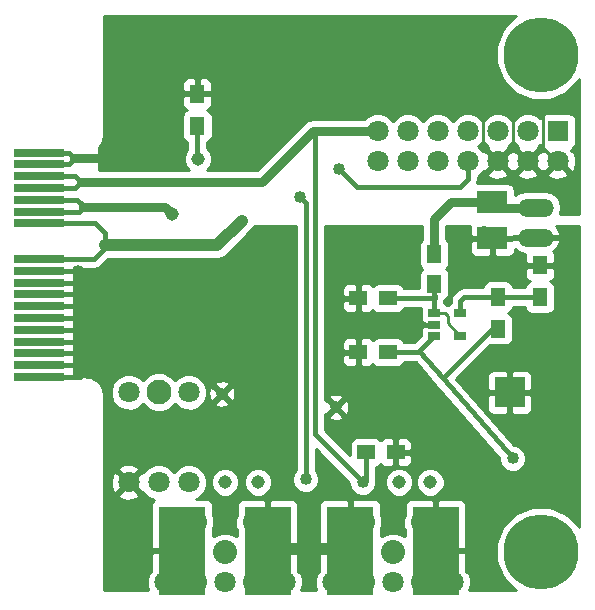
<source format=gbl>
G04 #@! TF.FileFunction,Copper,L2,Bot,Signal*
%FSLAX46Y46*%
G04 Gerber Fmt 4.6, Leading zero omitted, Abs format (unit mm)*
G04 Created by KiCad (PCBNEW 4.0.1-3.201512221402+6198~38~ubuntu14.04.1-stable) date Tue 26 Jan 2016 10:17:27 AM EST*
%MOMM*%
G01*
G04 APERTURE LIST*
%ADD10C,0.100000*%
%ADD11R,1.800000X1.800000*%
%ADD12C,1.800000*%
%ADD13R,4.200000X0.700000*%
%ADD14C,2.100000*%
%ADD15R,1.500000X1.250000*%
%ADD16R,1.060000X0.650000*%
%ADD17C,1.143000*%
%ADD18R,1.250000X1.500000*%
%ADD19O,3.014980X1.506220*%
%ADD20R,3.960000X7.543800*%
%ADD21C,2.032000*%
%ADD22R,2.499360X1.950720*%
%ADD23R,1.300000X1.500000*%
%ADD24R,2.540000X2.540000*%
%ADD25C,6.350000*%
%ADD26C,1.016000*%
%ADD27C,0.400000*%
%ADD28C,1.000000*%
%ADD29C,0.780000*%
%ADD30C,0.250000*%
%ADD31C,0.254000*%
G04 APERTURE END LIST*
D10*
D11*
X47480000Y-10404000D03*
D12*
X44940000Y-10404000D03*
X42400000Y-10404000D03*
X39860000Y-10404000D03*
X37320000Y-10404000D03*
X34780000Y-10404000D03*
X47480000Y-12944000D03*
X44940000Y-12944000D03*
X42400000Y-12944000D03*
X39860000Y-12944000D03*
X37320000Y-12944000D03*
X34780000Y-12944000D03*
X32240000Y-12944000D03*
X32240000Y-10404000D03*
D13*
X3550000Y-31200000D03*
X3550000Y-30200000D03*
X3550000Y-29200000D03*
X3550000Y-28200000D03*
X3550000Y-27200000D03*
X3550000Y-26200000D03*
X3550000Y-25200000D03*
X3550000Y-24200000D03*
X3550000Y-23200000D03*
X3550000Y-22200000D03*
X3550000Y-21200000D03*
X3550000Y-18200000D03*
X3550000Y-17200000D03*
X3550000Y-16200000D03*
X3550000Y-15200000D03*
X3550000Y-14200000D03*
X3550000Y-13200000D03*
X3550000Y-12200000D03*
D12*
X13698000Y-40122000D03*
X16238000Y-32502000D03*
D14*
X13698000Y-32502000D03*
D12*
X11158000Y-32502000D03*
X11158000Y-40122000D03*
X16238000Y-40122000D03*
D15*
X33083600Y-29098400D03*
X30583600Y-29098400D03*
X33083600Y-24526400D03*
X30583600Y-24526400D03*
D16*
X37032800Y-27711600D03*
X37032800Y-26761600D03*
X37032800Y-25811600D03*
X39232800Y-25811600D03*
X39232800Y-27711600D03*
D17*
X36685000Y-40122000D03*
X22080000Y-40122000D03*
X19286000Y-40122000D03*
X34018000Y-40122000D03*
X14841000Y-17389000D03*
D18*
X37015200Y-23287200D03*
X37015200Y-20787200D03*
D19*
X45600400Y-19395600D03*
X45600400Y-16855600D03*
D12*
X28430000Y-48567500D03*
X38590000Y-48567500D03*
D20*
X37130000Y-45925900D03*
X29890000Y-45925900D03*
D21*
X30970000Y-48567500D03*
X36050000Y-48567500D03*
D12*
X33510000Y-48567500D03*
D21*
X36050000Y-43487500D03*
X30970000Y-43487500D03*
X33510000Y-46027500D03*
D12*
X14206000Y-48567500D03*
X24366000Y-48567500D03*
D20*
X22906000Y-45925900D03*
X15666000Y-45925900D03*
D21*
X16746000Y-48567500D03*
X21826000Y-48567500D03*
D12*
X19286000Y-48567500D03*
D21*
X21826000Y-43487500D03*
X16746000Y-43487500D03*
X19286000Y-46027500D03*
D22*
X41942800Y-16398400D03*
X41942800Y-19446400D03*
D23*
X16949200Y-9925200D03*
X16949200Y-7225200D03*
X42400000Y-24421000D03*
X42400000Y-27121000D03*
X45956000Y-24454000D03*
X45956000Y-21754000D03*
D15*
X31244000Y-37582000D03*
X33744000Y-37582000D03*
D24*
X43416000Y-32502000D03*
D25*
X46049980Y-3899060D03*
X46049980Y-45999560D03*
D26*
X28684000Y-33772000D03*
X19032000Y-32629000D03*
X26144000Y-39868000D03*
X25636000Y-15992000D03*
D17*
X17000000Y-12740800D03*
D26*
X6850000Y-25200000D03*
X6840000Y-28184000D03*
X6850000Y-22200000D03*
X30970000Y-40122000D03*
X19540000Y-12740800D03*
X28938000Y-13579000D03*
X20708400Y-17973200D03*
X43670000Y-38090000D03*
D27*
X26144000Y-16500000D02*
X26144000Y-39868000D01*
X25636000Y-15992000D02*
X26144000Y-16500000D01*
X16949200Y-12690000D02*
X17000000Y-12740800D01*
X16949200Y-9925200D02*
X16949200Y-12690000D01*
X17000000Y-12740800D02*
X17000000Y-12690000D01*
D28*
X26448800Y-45760800D02*
X23071100Y-45760800D01*
X23071100Y-45760800D02*
X22906000Y-45925900D01*
X26448800Y-45760800D02*
X29724900Y-45760800D01*
X29724900Y-45760800D02*
X29890000Y-45925900D01*
D27*
X37032800Y-26761600D02*
X35389600Y-26761600D01*
X35389600Y-26761600D02*
X35288000Y-26660000D01*
X3550000Y-31200000D02*
X7050000Y-31200000D01*
X7050000Y-31200000D02*
X7550000Y-30700000D01*
X3550000Y-25200000D02*
X6650000Y-25200000D01*
X3550000Y-29200000D02*
X6600000Y-29200000D01*
X3550000Y-28200000D02*
X6650000Y-28200000D01*
X3550000Y-27200000D02*
X6650000Y-27200000D01*
X3550000Y-26200000D02*
X6650000Y-26200000D01*
X3550000Y-24200000D02*
X6600000Y-24200000D01*
X6600000Y-24200000D02*
X6650000Y-24150000D01*
X3550000Y-23200000D02*
X6700000Y-23200000D01*
X3550000Y-22200000D02*
X6700000Y-22200000D01*
X3550000Y-30200000D02*
X6600000Y-30200000D01*
D28*
X41688800Y-19421000D02*
X41231600Y-18963800D01*
D29*
X7297200Y-16804800D02*
X14256800Y-16804800D01*
X14256800Y-16804800D02*
X14841000Y-17389000D01*
D27*
X3550000Y-17200000D02*
X6902000Y-17200000D01*
X6902000Y-17200000D02*
X7297200Y-16804800D01*
X7297200Y-16804800D02*
X7348000Y-16754000D01*
X3550000Y-16200000D02*
X6794000Y-16200000D01*
X6794000Y-16200000D02*
X7348000Y-16754000D01*
X31244000Y-37582000D02*
X31244000Y-39848000D01*
X31244000Y-39848000D02*
X30970000Y-40122000D01*
X26906000Y-10404000D02*
X26906000Y-36058000D01*
X26906000Y-36058000D02*
X30970000Y-40122000D01*
D29*
X7094000Y-14722000D02*
X22435600Y-14722000D01*
X26753600Y-10404000D02*
X26906000Y-10404000D01*
X26906000Y-10404000D02*
X32240000Y-10404000D01*
X22435600Y-14722000D02*
X26753600Y-10404000D01*
D27*
X3550000Y-15200000D02*
X6616000Y-15200000D01*
X6616000Y-15200000D02*
X7094000Y-14722000D01*
X3550000Y-14200000D02*
X6572000Y-14200000D01*
X6572000Y-14200000D02*
X7094000Y-14722000D01*
D30*
X47480000Y-12944000D02*
X47353000Y-12944000D01*
X47353000Y-12944000D02*
X46210000Y-11801000D01*
X46210000Y-11801000D02*
X46210000Y-8372000D01*
X44940000Y-12944000D02*
X43670000Y-11674000D01*
X43670000Y-11674000D02*
X43670000Y-8118000D01*
X42400000Y-12944000D02*
X41130000Y-11674000D01*
X41130000Y-11674000D02*
X41130000Y-7991000D01*
D29*
X6537600Y-12687600D02*
X11943000Y-12687600D01*
X11943000Y-12687600D02*
X11945400Y-12690000D01*
D27*
X6050000Y-12200000D02*
X6537600Y-12687600D01*
X6537600Y-12687600D02*
X6550000Y-12700000D01*
X6050000Y-13200000D02*
X6550000Y-12700000D01*
X3550000Y-12200000D02*
X6050000Y-12200000D01*
X3550000Y-13200000D02*
X6050000Y-13200000D01*
X39860000Y-14468000D02*
X39860000Y-12944000D01*
X39225000Y-15103000D02*
X39860000Y-14468000D01*
X30462000Y-15103000D02*
X39225000Y-15103000D01*
X28938000Y-13579000D02*
X30462000Y-15103000D01*
D29*
X37015200Y-20787200D02*
X37015200Y-17820800D01*
X38437600Y-16398400D02*
X41942800Y-16398400D01*
X37015200Y-17820800D02*
X38437600Y-16398400D01*
X45600400Y-16855600D02*
X42400000Y-16855600D01*
X42400000Y-16855600D02*
X41942800Y-16398400D01*
D28*
X14206000Y-20056000D02*
X18625600Y-20056000D01*
X9380000Y-20056000D02*
X14206000Y-20056000D01*
X18625600Y-20056000D02*
X20708400Y-17973200D01*
D27*
X9126000Y-20056000D02*
X9126000Y-19040000D01*
X8286000Y-18200000D02*
X9126000Y-19040000D01*
X8286000Y-18200000D02*
X3550000Y-18200000D01*
X9126000Y-20056000D02*
X9126000Y-19802000D01*
X9126000Y-19802000D02*
X9126000Y-20056000D01*
X8236000Y-21200000D02*
X9253000Y-20183000D01*
X3550000Y-21200000D02*
X8236000Y-21200000D01*
D28*
X9380000Y-20056000D02*
X9126000Y-20056000D01*
X9126000Y-20056000D02*
X9126000Y-20056000D01*
D27*
X9253000Y-20183000D02*
X9380000Y-20056000D01*
X42400000Y-27121000D02*
X41939000Y-27121000D01*
X41939000Y-27121000D02*
X37746553Y-31313447D01*
X37746553Y-31313447D02*
X37746553Y-31313448D01*
X35733700Y-29010700D02*
X37746553Y-31313448D01*
X37746553Y-31313448D02*
X43670000Y-38090000D01*
X33083600Y-29098400D02*
X35646000Y-29098400D01*
X35646000Y-29098400D02*
X37032800Y-27711600D01*
D30*
X37032800Y-25811600D02*
X37932100Y-25811600D01*
X38145500Y-26624300D02*
X39232800Y-27711600D01*
X38145500Y-26025000D02*
X38145500Y-26624300D01*
X37932100Y-25811600D02*
X38145500Y-26025000D01*
D27*
X33083600Y-24526400D02*
X37032800Y-24526400D01*
X37066000Y-24374000D02*
X37032800Y-24374000D01*
X37066000Y-24493200D02*
X37066000Y-24374000D01*
X37032800Y-24526400D02*
X37066000Y-24493200D01*
X37032800Y-25811600D02*
X37032800Y-24374000D01*
X37032800Y-24374000D02*
X37032800Y-23304800D01*
X37032800Y-23304800D02*
X37015200Y-23287200D01*
X39232800Y-25811600D02*
X39232800Y-24747200D01*
X39559000Y-24421000D02*
X42400000Y-24421000D01*
X39232800Y-24747200D02*
X39559000Y-24421000D01*
X45956000Y-24454000D02*
X42433000Y-24454000D01*
X42433000Y-24454000D02*
X42400000Y-24421000D01*
D31*
G36*
X25309000Y-39086506D02*
X25175577Y-39219697D01*
X25001199Y-39639646D01*
X25000802Y-40094359D01*
X25174446Y-40514612D01*
X25495697Y-40836423D01*
X25915646Y-41010801D01*
X26370359Y-41011198D01*
X26790612Y-40837554D01*
X27112423Y-40516303D01*
X27286801Y-40096354D01*
X27287198Y-39641641D01*
X27113554Y-39221388D01*
X26979000Y-39086599D01*
X26979000Y-37311868D01*
X29826967Y-40159835D01*
X29826802Y-40348359D01*
X30000446Y-40768612D01*
X30321697Y-41090423D01*
X30741646Y-41264801D01*
X31196359Y-41265198D01*
X31616612Y-41091554D01*
X31938423Y-40770303D01*
X32108407Y-40360935D01*
X32811291Y-40360935D01*
X32994582Y-40804535D01*
X33333680Y-41144225D01*
X33776959Y-41328290D01*
X34256935Y-41328709D01*
X34700535Y-41145418D01*
X35040225Y-40806320D01*
X35224290Y-40363041D01*
X35224291Y-40360935D01*
X35478291Y-40360935D01*
X35661582Y-40804535D01*
X36000680Y-41144225D01*
X36443959Y-41328290D01*
X36923935Y-41328709D01*
X37367535Y-41145418D01*
X37707225Y-40806320D01*
X37891290Y-40363041D01*
X37891709Y-39883065D01*
X37708418Y-39439465D01*
X37369320Y-39099775D01*
X36926041Y-38915710D01*
X36446065Y-38915291D01*
X36002465Y-39098582D01*
X35662775Y-39437680D01*
X35478710Y-39880959D01*
X35478291Y-40360935D01*
X35224291Y-40360935D01*
X35224709Y-39883065D01*
X35041418Y-39439465D01*
X34702320Y-39099775D01*
X34259041Y-38915710D01*
X33779065Y-38915291D01*
X33335465Y-39098582D01*
X32995775Y-39437680D01*
X32811710Y-39880959D01*
X32811291Y-40360935D01*
X32108407Y-40360935D01*
X32112801Y-40350354D01*
X32113198Y-39895641D01*
X32079000Y-39812875D01*
X32079000Y-38838446D01*
X32229317Y-38810162D01*
X32445441Y-38671090D01*
X32491969Y-38602994D01*
X32634302Y-38745327D01*
X32867691Y-38842000D01*
X33458250Y-38842000D01*
X33617000Y-38683250D01*
X33617000Y-37709000D01*
X33871000Y-37709000D01*
X33871000Y-38683250D01*
X34029750Y-38842000D01*
X34620309Y-38842000D01*
X34853698Y-38745327D01*
X35032327Y-38566699D01*
X35129000Y-38333310D01*
X35129000Y-37867750D01*
X34970250Y-37709000D01*
X33871000Y-37709000D01*
X33617000Y-37709000D01*
X33597000Y-37709000D01*
X33597000Y-37455000D01*
X33617000Y-37455000D01*
X33617000Y-36480750D01*
X33871000Y-36480750D01*
X33871000Y-37455000D01*
X34970250Y-37455000D01*
X35129000Y-37296250D01*
X35129000Y-36830690D01*
X35032327Y-36597301D01*
X34853698Y-36418673D01*
X34620309Y-36322000D01*
X34029750Y-36322000D01*
X33871000Y-36480750D01*
X33617000Y-36480750D01*
X33458250Y-36322000D01*
X32867691Y-36322000D01*
X32634302Y-36418673D01*
X32493064Y-36559910D01*
X32458090Y-36505559D01*
X32245890Y-36360569D01*
X31994000Y-36309560D01*
X30494000Y-36309560D01*
X30258683Y-36353838D01*
X30042559Y-36492910D01*
X29897569Y-36705110D01*
X29846560Y-36957000D01*
X29846560Y-37817692D01*
X27741000Y-35712132D01*
X27741000Y-34567919D01*
X28067686Y-34567919D01*
X28105824Y-34783856D01*
X28537055Y-34928091D01*
X28990657Y-34896322D01*
X29262176Y-34783856D01*
X29300314Y-34567919D01*
X28684000Y-33951605D01*
X28067686Y-34567919D01*
X27741000Y-34567919D01*
X27741000Y-34362337D01*
X27888081Y-34388314D01*
X28504395Y-33772000D01*
X28863605Y-33772000D01*
X29479919Y-34388314D01*
X29695856Y-34350176D01*
X29840091Y-33918945D01*
X29808322Y-33465343D01*
X29695856Y-33193824D01*
X29479919Y-33155686D01*
X28863605Y-33772000D01*
X28504395Y-33772000D01*
X27888081Y-33155686D01*
X27741000Y-33181663D01*
X27741000Y-32976081D01*
X28067686Y-32976081D01*
X28684000Y-33592395D01*
X29300314Y-32976081D01*
X29262176Y-32760144D01*
X28830945Y-32615909D01*
X28377343Y-32647678D01*
X28105824Y-32760144D01*
X28067686Y-32976081D01*
X27741000Y-32976081D01*
X27741000Y-29384150D01*
X29198600Y-29384150D01*
X29198600Y-29849710D01*
X29295273Y-30083099D01*
X29473902Y-30261727D01*
X29707291Y-30358400D01*
X30297850Y-30358400D01*
X30456600Y-30199650D01*
X30456600Y-29225400D01*
X29357350Y-29225400D01*
X29198600Y-29384150D01*
X27741000Y-29384150D01*
X27741000Y-28347090D01*
X29198600Y-28347090D01*
X29198600Y-28812650D01*
X29357350Y-28971400D01*
X30456600Y-28971400D01*
X30456600Y-27997150D01*
X30297850Y-27838400D01*
X29707291Y-27838400D01*
X29473902Y-27935073D01*
X29295273Y-28113701D01*
X29198600Y-28347090D01*
X27741000Y-28347090D01*
X27741000Y-24812150D01*
X29198600Y-24812150D01*
X29198600Y-25277710D01*
X29295273Y-25511099D01*
X29473902Y-25689727D01*
X29707291Y-25786400D01*
X30297850Y-25786400D01*
X30456600Y-25627650D01*
X30456600Y-24653400D01*
X29357350Y-24653400D01*
X29198600Y-24812150D01*
X27741000Y-24812150D01*
X27741000Y-23775090D01*
X29198600Y-23775090D01*
X29198600Y-24240650D01*
X29357350Y-24399400D01*
X30456600Y-24399400D01*
X30456600Y-23425150D01*
X30297850Y-23266400D01*
X29707291Y-23266400D01*
X29473902Y-23363073D01*
X29295273Y-23541701D01*
X29198600Y-23775090D01*
X27741000Y-23775090D01*
X27741000Y-18405000D01*
X35990200Y-18405000D01*
X35990200Y-19540009D01*
X35938759Y-19573110D01*
X35793769Y-19785310D01*
X35742760Y-20037200D01*
X35742760Y-21537200D01*
X35787038Y-21772517D01*
X35926110Y-21988641D01*
X35995911Y-22036334D01*
X35938759Y-22073110D01*
X35793769Y-22285310D01*
X35742760Y-22537200D01*
X35742760Y-23691400D01*
X34441526Y-23691400D01*
X34436762Y-23666083D01*
X34297690Y-23449959D01*
X34085490Y-23304969D01*
X33833600Y-23253960D01*
X32333600Y-23253960D01*
X32098283Y-23298238D01*
X31882159Y-23437310D01*
X31835631Y-23505406D01*
X31693298Y-23363073D01*
X31459909Y-23266400D01*
X30869350Y-23266400D01*
X30710600Y-23425150D01*
X30710600Y-24399400D01*
X30730600Y-24399400D01*
X30730600Y-24653400D01*
X30710600Y-24653400D01*
X30710600Y-25627650D01*
X30869350Y-25786400D01*
X31459909Y-25786400D01*
X31693298Y-25689727D01*
X31834536Y-25548490D01*
X31869510Y-25602841D01*
X32081710Y-25747831D01*
X32333600Y-25798840D01*
X33833600Y-25798840D01*
X34068917Y-25754562D01*
X34285041Y-25615490D01*
X34430031Y-25403290D01*
X34438514Y-25361400D01*
X35880714Y-25361400D01*
X35855360Y-25486600D01*
X35855360Y-26136600D01*
X35881719Y-26276686D01*
X35867800Y-26310290D01*
X35867800Y-26475850D01*
X36026550Y-26634600D01*
X36106851Y-26634600D01*
X36250910Y-26733031D01*
X36387920Y-26760776D01*
X36267483Y-26783438D01*
X36104057Y-26888600D01*
X36026550Y-26888600D01*
X35867800Y-27047350D01*
X35867800Y-27212910D01*
X35883068Y-27249771D01*
X35855360Y-27386600D01*
X35855360Y-27708172D01*
X35300132Y-28263400D01*
X34441526Y-28263400D01*
X34436762Y-28238083D01*
X34297690Y-28021959D01*
X34085490Y-27876969D01*
X33833600Y-27825960D01*
X32333600Y-27825960D01*
X32098283Y-27870238D01*
X31882159Y-28009310D01*
X31835631Y-28077406D01*
X31693298Y-27935073D01*
X31459909Y-27838400D01*
X30869350Y-27838400D01*
X30710600Y-27997150D01*
X30710600Y-28971400D01*
X30730600Y-28971400D01*
X30730600Y-29225400D01*
X30710600Y-29225400D01*
X30710600Y-30199650D01*
X30869350Y-30358400D01*
X31459909Y-30358400D01*
X31693298Y-30261727D01*
X31834536Y-30120490D01*
X31869510Y-30174841D01*
X32081710Y-30319831D01*
X32333600Y-30370840D01*
X33833600Y-30370840D01*
X34068917Y-30326562D01*
X34285041Y-30187490D01*
X34430031Y-29975290D01*
X34438514Y-29933400D01*
X35431209Y-29933400D01*
X37117874Y-31862982D01*
X42527034Y-38051178D01*
X42526802Y-38316359D01*
X42700446Y-38736612D01*
X43021697Y-39058423D01*
X43441646Y-39232801D01*
X43896359Y-39233198D01*
X44316612Y-39059554D01*
X44638423Y-38738303D01*
X44812801Y-38318354D01*
X44813198Y-37863641D01*
X44639554Y-37443388D01*
X44318303Y-37121577D01*
X43898354Y-36947199D01*
X43780008Y-36947096D01*
X40144287Y-32787750D01*
X41511000Y-32787750D01*
X41511000Y-33898310D01*
X41607673Y-34131699D01*
X41786302Y-34310327D01*
X42019691Y-34407000D01*
X43130250Y-34407000D01*
X43289000Y-34248250D01*
X43289000Y-32629000D01*
X43543000Y-32629000D01*
X43543000Y-34248250D01*
X43701750Y-34407000D01*
X44812309Y-34407000D01*
X45045698Y-34310327D01*
X45224327Y-34131699D01*
X45321000Y-33898310D01*
X45321000Y-32787750D01*
X45162250Y-32629000D01*
X43543000Y-32629000D01*
X43289000Y-32629000D01*
X41669750Y-32629000D01*
X41511000Y-32787750D01*
X40144287Y-32787750D01*
X38889090Y-31351778D01*
X39135178Y-31105690D01*
X41511000Y-31105690D01*
X41511000Y-32216250D01*
X41669750Y-32375000D01*
X43289000Y-32375000D01*
X43289000Y-30755750D01*
X43543000Y-30755750D01*
X43543000Y-32375000D01*
X45162250Y-32375000D01*
X45321000Y-32216250D01*
X45321000Y-31105690D01*
X45224327Y-30872301D01*
X45045698Y-30693673D01*
X44812309Y-30597000D01*
X43701750Y-30597000D01*
X43543000Y-30755750D01*
X43289000Y-30755750D01*
X43130250Y-30597000D01*
X42019691Y-30597000D01*
X41786302Y-30693673D01*
X41607673Y-30872301D01*
X41511000Y-31105690D01*
X39135178Y-31105690D01*
X41727071Y-28513797D01*
X41750000Y-28518440D01*
X43050000Y-28518440D01*
X43285317Y-28474162D01*
X43501441Y-28335090D01*
X43646431Y-28122890D01*
X43697440Y-27871000D01*
X43697440Y-26371000D01*
X43653162Y-26135683D01*
X43514090Y-25919559D01*
X43301890Y-25774569D01*
X43288803Y-25771919D01*
X43501441Y-25635090D01*
X43646431Y-25422890D01*
X43673544Y-25289000D01*
X44674554Y-25289000D01*
X44702838Y-25439317D01*
X44841910Y-25655441D01*
X45054110Y-25800431D01*
X45306000Y-25851440D01*
X46606000Y-25851440D01*
X46841317Y-25807162D01*
X47057441Y-25668090D01*
X47202431Y-25455890D01*
X47253440Y-25204000D01*
X47253440Y-23704000D01*
X47209162Y-23468683D01*
X47070090Y-23252559D01*
X46857890Y-23107569D01*
X46824510Y-23100809D01*
X46965699Y-23042327D01*
X47144327Y-22863698D01*
X47241000Y-22630309D01*
X47241000Y-22039750D01*
X47082250Y-21881000D01*
X46083000Y-21881000D01*
X46083000Y-21901000D01*
X45829000Y-21901000D01*
X45829000Y-21881000D01*
X44829750Y-21881000D01*
X44671000Y-22039750D01*
X44671000Y-22630309D01*
X44767673Y-22863698D01*
X44946301Y-23042327D01*
X45082287Y-23098654D01*
X45070683Y-23100838D01*
X44854559Y-23239910D01*
X44709569Y-23452110D01*
X44675773Y-23619000D01*
X43687656Y-23619000D01*
X43653162Y-23435683D01*
X43514090Y-23219559D01*
X43301890Y-23074569D01*
X43050000Y-23023560D01*
X41750000Y-23023560D01*
X41514683Y-23067838D01*
X41298559Y-23206910D01*
X41153569Y-23419110D01*
X41119773Y-23586000D01*
X39559000Y-23586000D01*
X39239459Y-23649561D01*
X38968566Y-23830566D01*
X38642366Y-24156766D01*
X38461361Y-24427659D01*
X38397800Y-24747200D01*
X38397800Y-24928278D01*
X38251359Y-25022510D01*
X38195661Y-25104026D01*
X38052936Y-25075636D01*
X38026890Y-25035159D01*
X37867800Y-24926457D01*
X37867800Y-24660107D01*
X37871580Y-24641103D01*
X37875517Y-24640362D01*
X38091641Y-24501290D01*
X38236631Y-24289090D01*
X38287640Y-24037200D01*
X38287640Y-22537200D01*
X38243362Y-22301883D01*
X38104290Y-22085759D01*
X38034489Y-22038066D01*
X38091641Y-22001290D01*
X38236631Y-21789090D01*
X38287640Y-21537200D01*
X38287640Y-20037200D01*
X38243362Y-19801883D01*
X38198491Y-19732150D01*
X40058120Y-19732150D01*
X40058120Y-20548069D01*
X40154793Y-20781458D01*
X40333421Y-20960087D01*
X40566810Y-21056760D01*
X41657050Y-21056760D01*
X41815800Y-20898010D01*
X41815800Y-19573400D01*
X42069800Y-19573400D01*
X42069800Y-20898010D01*
X42228550Y-21056760D01*
X43318790Y-21056760D01*
X43552179Y-20960087D01*
X43730807Y-20781458D01*
X43827480Y-20548069D01*
X43827480Y-20330066D01*
X44197481Y-20629446D01*
X44710921Y-20781314D01*
X44671000Y-20877691D01*
X44671000Y-21468250D01*
X44829750Y-21627000D01*
X45829000Y-21627000D01*
X45829000Y-21607000D01*
X46083000Y-21607000D01*
X46083000Y-21627000D01*
X47082250Y-21627000D01*
X47241000Y-21468250D01*
X47241000Y-20877691D01*
X47144327Y-20644302D01*
X47073050Y-20573024D01*
X47426124Y-20287340D01*
X47685827Y-19809475D01*
X47700183Y-19737274D01*
X47577562Y-19522600D01*
X45727400Y-19522600D01*
X45727400Y-19542600D01*
X45473400Y-19542600D01*
X45473400Y-19522600D01*
X43623238Y-19522600D01*
X43594221Y-19573400D01*
X42069800Y-19573400D01*
X41815800Y-19573400D01*
X40216870Y-19573400D01*
X40058120Y-19732150D01*
X38198491Y-19732150D01*
X38104290Y-19585759D01*
X38040200Y-19541968D01*
X38040200Y-18405000D01*
X40058120Y-18405000D01*
X40058120Y-19160650D01*
X40216870Y-19319400D01*
X41815800Y-19319400D01*
X41815800Y-19299400D01*
X42069800Y-19299400D01*
X42069800Y-19319400D01*
X43668730Y-19319400D01*
X43719530Y-19268600D01*
X45473400Y-19268600D01*
X45473400Y-19248600D01*
X45727400Y-19248600D01*
X45727400Y-19268600D01*
X47577562Y-19268600D01*
X47700183Y-19053926D01*
X47685827Y-18981725D01*
X47426124Y-18503860D01*
X47303944Y-18405000D01*
X49305000Y-18405000D01*
X49305000Y-43900278D01*
X49281824Y-43844188D01*
X48210989Y-42771483D01*
X46811161Y-42190223D01*
X45295449Y-42188900D01*
X43894608Y-42767716D01*
X42821903Y-43838551D01*
X42240643Y-45238379D01*
X42239320Y-46754091D01*
X42818136Y-48154932D01*
X43888971Y-49227637D01*
X43954868Y-49255000D01*
X39972978Y-49255000D01*
X40136458Y-48808164D01*
X40110839Y-48198040D01*
X39926643Y-47753352D01*
X39745000Y-47692159D01*
X39745000Y-47592108D01*
X39784718Y-47552390D01*
X39745000Y-47512672D01*
X39745000Y-46211650D01*
X39586250Y-46052900D01*
X37257000Y-46052900D01*
X37257000Y-46072900D01*
X37003000Y-46072900D01*
X37003000Y-46052900D01*
X36983000Y-46052900D01*
X36983000Y-45798900D01*
X37003000Y-45798900D01*
X37003000Y-44735672D01*
X37034502Y-44651607D01*
X37003000Y-44620105D01*
X37003000Y-44260895D01*
X37214107Y-44472002D01*
X37257000Y-44455928D01*
X37257000Y-45798900D01*
X39586250Y-45798900D01*
X39745000Y-45640150D01*
X39745000Y-42027691D01*
X39648327Y-41794302D01*
X39469699Y-41615673D01*
X39236310Y-41519000D01*
X37415750Y-41519000D01*
X37257000Y-41677750D01*
X37257000Y-42519072D01*
X37214107Y-42502998D01*
X37003000Y-42714105D01*
X37003000Y-42354895D01*
X37034502Y-42323393D01*
X37003000Y-42239328D01*
X37003000Y-41677750D01*
X36844250Y-41519000D01*
X35023690Y-41519000D01*
X34790301Y-41615673D01*
X34611673Y-41794302D01*
X34515000Y-42027691D01*
X34515000Y-42878566D01*
X34388184Y-43219142D01*
X34411986Y-43875519D01*
X34515000Y-44124217D01*
X34515000Y-44697349D01*
X34446437Y-44628666D01*
X33839845Y-44376787D01*
X33183037Y-44376214D01*
X32576005Y-44627034D01*
X32505000Y-44697915D01*
X32505000Y-44096434D01*
X32631816Y-43755858D01*
X32608014Y-43099481D01*
X32505000Y-42850783D01*
X32505000Y-42027691D01*
X32408327Y-41794302D01*
X32229699Y-41615673D01*
X31996310Y-41519000D01*
X30175750Y-41519000D01*
X30017000Y-41677750D01*
X30017000Y-42239328D01*
X29985498Y-42323393D01*
X30017000Y-42354895D01*
X30017000Y-42714105D01*
X29805893Y-42502998D01*
X29763000Y-42519072D01*
X29763000Y-41677750D01*
X29604250Y-41519000D01*
X27783690Y-41519000D01*
X27550301Y-41615673D01*
X27371673Y-41794302D01*
X27275000Y-42027691D01*
X27275000Y-45640150D01*
X27433750Y-45798900D01*
X29763000Y-45798900D01*
X29763000Y-44455928D01*
X29805893Y-44472002D01*
X30017000Y-44260895D01*
X30017000Y-44620105D01*
X29985498Y-44651607D01*
X30017000Y-44735672D01*
X30017000Y-45798900D01*
X30037000Y-45798900D01*
X30037000Y-46052900D01*
X30017000Y-46052900D01*
X30017000Y-46072900D01*
X29763000Y-46072900D01*
X29763000Y-46052900D01*
X27433750Y-46052900D01*
X27275000Y-46211650D01*
X27275000Y-47512672D01*
X27235282Y-47552390D01*
X27275000Y-47592108D01*
X27275000Y-47692159D01*
X27093357Y-47753352D01*
X26883542Y-48326836D01*
X26909161Y-48936960D01*
X27040898Y-49255000D01*
X25748978Y-49255000D01*
X25912458Y-48808164D01*
X25886839Y-48198040D01*
X25702643Y-47753352D01*
X25521000Y-47692159D01*
X25521000Y-47592108D01*
X25560718Y-47552390D01*
X25521000Y-47512672D01*
X25521000Y-46211650D01*
X25362250Y-46052900D01*
X23033000Y-46052900D01*
X23033000Y-46072900D01*
X22779000Y-46072900D01*
X22779000Y-46052900D01*
X22759000Y-46052900D01*
X22759000Y-45798900D01*
X22779000Y-45798900D01*
X22779000Y-44735672D01*
X22810502Y-44651607D01*
X22779000Y-44620105D01*
X22779000Y-44260895D01*
X22990107Y-44472002D01*
X23033000Y-44455928D01*
X23033000Y-45798900D01*
X25362250Y-45798900D01*
X25521000Y-45640150D01*
X25521000Y-42027691D01*
X25424327Y-41794302D01*
X25245699Y-41615673D01*
X25012310Y-41519000D01*
X23191750Y-41519000D01*
X23033000Y-41677750D01*
X23033000Y-42519072D01*
X22990107Y-42502998D01*
X22779000Y-42714105D01*
X22779000Y-42354895D01*
X22810502Y-42323393D01*
X22779000Y-42239328D01*
X22779000Y-41677750D01*
X22620250Y-41519000D01*
X20799690Y-41519000D01*
X20566301Y-41615673D01*
X20387673Y-41794302D01*
X20291000Y-42027691D01*
X20291000Y-42878566D01*
X20164184Y-43219142D01*
X20187986Y-43875519D01*
X20291000Y-44124217D01*
X20291000Y-44697349D01*
X20222437Y-44628666D01*
X19615845Y-44376787D01*
X18959037Y-44376214D01*
X18352005Y-44627034D01*
X18281000Y-44697915D01*
X18281000Y-44096434D01*
X18407816Y-43755858D01*
X18384014Y-43099481D01*
X18281000Y-42850783D01*
X18281000Y-42027691D01*
X18184327Y-41794302D01*
X18005699Y-41615673D01*
X17772310Y-41519000D01*
X16876618Y-41519000D01*
X17106371Y-41424068D01*
X17538551Y-40992643D01*
X17772733Y-40428670D01*
X17772792Y-40360935D01*
X18079291Y-40360935D01*
X18262582Y-40804535D01*
X18601680Y-41144225D01*
X19044959Y-41328290D01*
X19524935Y-41328709D01*
X19968535Y-41145418D01*
X20308225Y-40806320D01*
X20492290Y-40363041D01*
X20492291Y-40360935D01*
X20873291Y-40360935D01*
X21056582Y-40804535D01*
X21395680Y-41144225D01*
X21838959Y-41328290D01*
X22318935Y-41328709D01*
X22762535Y-41145418D01*
X23102225Y-40806320D01*
X23286290Y-40363041D01*
X23286709Y-39883065D01*
X23103418Y-39439465D01*
X22764320Y-39099775D01*
X22321041Y-38915710D01*
X21841065Y-38915291D01*
X21397465Y-39098582D01*
X21057775Y-39437680D01*
X20873710Y-39880959D01*
X20873291Y-40360935D01*
X20492291Y-40360935D01*
X20492709Y-39883065D01*
X20309418Y-39439465D01*
X19970320Y-39099775D01*
X19527041Y-38915710D01*
X19047065Y-38915291D01*
X18603465Y-39098582D01*
X18263775Y-39437680D01*
X18079710Y-39880959D01*
X18079291Y-40360935D01*
X17772792Y-40360935D01*
X17773265Y-39818009D01*
X17540068Y-39253629D01*
X17108643Y-38821449D01*
X16544670Y-38587267D01*
X15934009Y-38586735D01*
X15369629Y-38819932D01*
X14967677Y-39221182D01*
X14568643Y-38821449D01*
X14004670Y-38587267D01*
X13394009Y-38586735D01*
X12829629Y-38819932D01*
X12397449Y-39251357D01*
X12388797Y-39272194D01*
X12238159Y-39221446D01*
X11337605Y-40122000D01*
X12238159Y-41022554D01*
X12388327Y-40971965D01*
X12395932Y-40990371D01*
X12827357Y-41422551D01*
X13316368Y-41625606D01*
X13147673Y-41794302D01*
X13051000Y-42027691D01*
X13051000Y-45640150D01*
X13209750Y-45798900D01*
X15539000Y-45798900D01*
X15539000Y-45778900D01*
X15793000Y-45778900D01*
X15793000Y-45798900D01*
X15813000Y-45798900D01*
X15813000Y-46052900D01*
X15793000Y-46052900D01*
X15793000Y-46072900D01*
X15539000Y-46072900D01*
X15539000Y-46052900D01*
X13209750Y-46052900D01*
X13051000Y-46211650D01*
X13051000Y-47512672D01*
X13011282Y-47552390D01*
X13051000Y-47592108D01*
X13051000Y-47692159D01*
X12869357Y-47753352D01*
X12659542Y-48326836D01*
X12685161Y-48936960D01*
X12816898Y-49255000D01*
X9095000Y-49255000D01*
X9095000Y-41202159D01*
X10257446Y-41202159D01*
X10343852Y-41458643D01*
X10917336Y-41668458D01*
X11527460Y-41642839D01*
X11972148Y-41458643D01*
X12058554Y-41202159D01*
X11158000Y-40301605D01*
X10257446Y-41202159D01*
X9095000Y-41202159D01*
X9095000Y-39881336D01*
X9611542Y-39881336D01*
X9637161Y-40491460D01*
X9821357Y-40936148D01*
X10077841Y-41022554D01*
X10978395Y-40122000D01*
X10077841Y-39221446D01*
X9821357Y-39307852D01*
X9611542Y-39881336D01*
X9095000Y-39881336D01*
X9095000Y-39041841D01*
X10257446Y-39041841D01*
X11158000Y-39942395D01*
X12058554Y-39041841D01*
X11972148Y-38785357D01*
X11398664Y-38575542D01*
X10788540Y-38601161D01*
X10343852Y-38785357D01*
X10257446Y-39041841D01*
X9095000Y-39041841D01*
X9095000Y-32805991D01*
X9622735Y-32805991D01*
X9855932Y-33370371D01*
X10287357Y-33802551D01*
X10851330Y-34036733D01*
X11461991Y-34037265D01*
X12026371Y-33804068D01*
X12322164Y-33508792D01*
X12742278Y-33929640D01*
X13361362Y-34186707D01*
X14031697Y-34187292D01*
X14651229Y-33931306D01*
X15074296Y-33508977D01*
X15367357Y-33802551D01*
X15931330Y-34036733D01*
X16541991Y-34037265D01*
X17106371Y-33804068D01*
X17486183Y-33424919D01*
X18415686Y-33424919D01*
X18453824Y-33640856D01*
X18885055Y-33785091D01*
X19338657Y-33753322D01*
X19610176Y-33640856D01*
X19648314Y-33424919D01*
X19032000Y-32808605D01*
X18415686Y-33424919D01*
X17486183Y-33424919D01*
X17538551Y-33372643D01*
X17772733Y-32808670D01*
X17773017Y-32482055D01*
X17875909Y-32482055D01*
X17907678Y-32935657D01*
X18020144Y-33207176D01*
X18236081Y-33245314D01*
X18852395Y-32629000D01*
X19211605Y-32629000D01*
X19827919Y-33245314D01*
X20043856Y-33207176D01*
X20188091Y-32775945D01*
X20156322Y-32322343D01*
X20043856Y-32050824D01*
X19827919Y-32012686D01*
X19211605Y-32629000D01*
X18852395Y-32629000D01*
X18236081Y-32012686D01*
X18020144Y-32050824D01*
X17875909Y-32482055D01*
X17773017Y-32482055D01*
X17773265Y-32198009D01*
X17622480Y-31833081D01*
X18415686Y-31833081D01*
X19032000Y-32449395D01*
X19648314Y-31833081D01*
X19610176Y-31617144D01*
X19178945Y-31472909D01*
X18725343Y-31504678D01*
X18453824Y-31617144D01*
X18415686Y-31833081D01*
X17622480Y-31833081D01*
X17540068Y-31633629D01*
X17108643Y-31201449D01*
X16544670Y-30967267D01*
X15934009Y-30966735D01*
X15369629Y-31199932D01*
X15073836Y-31495208D01*
X14653722Y-31074360D01*
X14034638Y-30817293D01*
X13364303Y-30816708D01*
X12744771Y-31072694D01*
X12321704Y-31495023D01*
X12028643Y-31201449D01*
X11464670Y-30967267D01*
X10854009Y-30966735D01*
X10289629Y-31199932D01*
X9857449Y-31631357D01*
X9623267Y-32195330D01*
X9622735Y-32805991D01*
X9095000Y-32805991D01*
X9095000Y-32700000D01*
X9082607Y-32637696D01*
X9082607Y-32624167D01*
X9010293Y-32260618D01*
X8913984Y-32028109D01*
X8913983Y-32028108D01*
X8913983Y-32028107D01*
X8708048Y-31719905D01*
X8619071Y-31630929D01*
X8530095Y-31541952D01*
X8221893Y-31336017D01*
X8221891Y-31336016D01*
X7989381Y-31239707D01*
X7625833Y-31167393D01*
X7562305Y-31167393D01*
X7500000Y-31155000D01*
X6477000Y-31155000D01*
X6477000Y-22035000D01*
X8236000Y-22035000D01*
X8555541Y-21971439D01*
X8826434Y-21790434D01*
X9425868Y-21191000D01*
X18625600Y-21191000D01*
X19059946Y-21104603D01*
X19428166Y-20858566D01*
X21336209Y-18950523D01*
X21355012Y-18942754D01*
X21676823Y-18621503D01*
X21766723Y-18405000D01*
X25309000Y-18405000D01*
X25309000Y-39086506D01*
X25309000Y-39086506D01*
G37*
X25309000Y-39086506D02*
X25175577Y-39219697D01*
X25001199Y-39639646D01*
X25000802Y-40094359D01*
X25174446Y-40514612D01*
X25495697Y-40836423D01*
X25915646Y-41010801D01*
X26370359Y-41011198D01*
X26790612Y-40837554D01*
X27112423Y-40516303D01*
X27286801Y-40096354D01*
X27287198Y-39641641D01*
X27113554Y-39221388D01*
X26979000Y-39086599D01*
X26979000Y-37311868D01*
X29826967Y-40159835D01*
X29826802Y-40348359D01*
X30000446Y-40768612D01*
X30321697Y-41090423D01*
X30741646Y-41264801D01*
X31196359Y-41265198D01*
X31616612Y-41091554D01*
X31938423Y-40770303D01*
X32108407Y-40360935D01*
X32811291Y-40360935D01*
X32994582Y-40804535D01*
X33333680Y-41144225D01*
X33776959Y-41328290D01*
X34256935Y-41328709D01*
X34700535Y-41145418D01*
X35040225Y-40806320D01*
X35224290Y-40363041D01*
X35224291Y-40360935D01*
X35478291Y-40360935D01*
X35661582Y-40804535D01*
X36000680Y-41144225D01*
X36443959Y-41328290D01*
X36923935Y-41328709D01*
X37367535Y-41145418D01*
X37707225Y-40806320D01*
X37891290Y-40363041D01*
X37891709Y-39883065D01*
X37708418Y-39439465D01*
X37369320Y-39099775D01*
X36926041Y-38915710D01*
X36446065Y-38915291D01*
X36002465Y-39098582D01*
X35662775Y-39437680D01*
X35478710Y-39880959D01*
X35478291Y-40360935D01*
X35224291Y-40360935D01*
X35224709Y-39883065D01*
X35041418Y-39439465D01*
X34702320Y-39099775D01*
X34259041Y-38915710D01*
X33779065Y-38915291D01*
X33335465Y-39098582D01*
X32995775Y-39437680D01*
X32811710Y-39880959D01*
X32811291Y-40360935D01*
X32108407Y-40360935D01*
X32112801Y-40350354D01*
X32113198Y-39895641D01*
X32079000Y-39812875D01*
X32079000Y-38838446D01*
X32229317Y-38810162D01*
X32445441Y-38671090D01*
X32491969Y-38602994D01*
X32634302Y-38745327D01*
X32867691Y-38842000D01*
X33458250Y-38842000D01*
X33617000Y-38683250D01*
X33617000Y-37709000D01*
X33871000Y-37709000D01*
X33871000Y-38683250D01*
X34029750Y-38842000D01*
X34620309Y-38842000D01*
X34853698Y-38745327D01*
X35032327Y-38566699D01*
X35129000Y-38333310D01*
X35129000Y-37867750D01*
X34970250Y-37709000D01*
X33871000Y-37709000D01*
X33617000Y-37709000D01*
X33597000Y-37709000D01*
X33597000Y-37455000D01*
X33617000Y-37455000D01*
X33617000Y-36480750D01*
X33871000Y-36480750D01*
X33871000Y-37455000D01*
X34970250Y-37455000D01*
X35129000Y-37296250D01*
X35129000Y-36830690D01*
X35032327Y-36597301D01*
X34853698Y-36418673D01*
X34620309Y-36322000D01*
X34029750Y-36322000D01*
X33871000Y-36480750D01*
X33617000Y-36480750D01*
X33458250Y-36322000D01*
X32867691Y-36322000D01*
X32634302Y-36418673D01*
X32493064Y-36559910D01*
X32458090Y-36505559D01*
X32245890Y-36360569D01*
X31994000Y-36309560D01*
X30494000Y-36309560D01*
X30258683Y-36353838D01*
X30042559Y-36492910D01*
X29897569Y-36705110D01*
X29846560Y-36957000D01*
X29846560Y-37817692D01*
X27741000Y-35712132D01*
X27741000Y-34567919D01*
X28067686Y-34567919D01*
X28105824Y-34783856D01*
X28537055Y-34928091D01*
X28990657Y-34896322D01*
X29262176Y-34783856D01*
X29300314Y-34567919D01*
X28684000Y-33951605D01*
X28067686Y-34567919D01*
X27741000Y-34567919D01*
X27741000Y-34362337D01*
X27888081Y-34388314D01*
X28504395Y-33772000D01*
X28863605Y-33772000D01*
X29479919Y-34388314D01*
X29695856Y-34350176D01*
X29840091Y-33918945D01*
X29808322Y-33465343D01*
X29695856Y-33193824D01*
X29479919Y-33155686D01*
X28863605Y-33772000D01*
X28504395Y-33772000D01*
X27888081Y-33155686D01*
X27741000Y-33181663D01*
X27741000Y-32976081D01*
X28067686Y-32976081D01*
X28684000Y-33592395D01*
X29300314Y-32976081D01*
X29262176Y-32760144D01*
X28830945Y-32615909D01*
X28377343Y-32647678D01*
X28105824Y-32760144D01*
X28067686Y-32976081D01*
X27741000Y-32976081D01*
X27741000Y-29384150D01*
X29198600Y-29384150D01*
X29198600Y-29849710D01*
X29295273Y-30083099D01*
X29473902Y-30261727D01*
X29707291Y-30358400D01*
X30297850Y-30358400D01*
X30456600Y-30199650D01*
X30456600Y-29225400D01*
X29357350Y-29225400D01*
X29198600Y-29384150D01*
X27741000Y-29384150D01*
X27741000Y-28347090D01*
X29198600Y-28347090D01*
X29198600Y-28812650D01*
X29357350Y-28971400D01*
X30456600Y-28971400D01*
X30456600Y-27997150D01*
X30297850Y-27838400D01*
X29707291Y-27838400D01*
X29473902Y-27935073D01*
X29295273Y-28113701D01*
X29198600Y-28347090D01*
X27741000Y-28347090D01*
X27741000Y-24812150D01*
X29198600Y-24812150D01*
X29198600Y-25277710D01*
X29295273Y-25511099D01*
X29473902Y-25689727D01*
X29707291Y-25786400D01*
X30297850Y-25786400D01*
X30456600Y-25627650D01*
X30456600Y-24653400D01*
X29357350Y-24653400D01*
X29198600Y-24812150D01*
X27741000Y-24812150D01*
X27741000Y-23775090D01*
X29198600Y-23775090D01*
X29198600Y-24240650D01*
X29357350Y-24399400D01*
X30456600Y-24399400D01*
X30456600Y-23425150D01*
X30297850Y-23266400D01*
X29707291Y-23266400D01*
X29473902Y-23363073D01*
X29295273Y-23541701D01*
X29198600Y-23775090D01*
X27741000Y-23775090D01*
X27741000Y-18405000D01*
X35990200Y-18405000D01*
X35990200Y-19540009D01*
X35938759Y-19573110D01*
X35793769Y-19785310D01*
X35742760Y-20037200D01*
X35742760Y-21537200D01*
X35787038Y-21772517D01*
X35926110Y-21988641D01*
X35995911Y-22036334D01*
X35938759Y-22073110D01*
X35793769Y-22285310D01*
X35742760Y-22537200D01*
X35742760Y-23691400D01*
X34441526Y-23691400D01*
X34436762Y-23666083D01*
X34297690Y-23449959D01*
X34085490Y-23304969D01*
X33833600Y-23253960D01*
X32333600Y-23253960D01*
X32098283Y-23298238D01*
X31882159Y-23437310D01*
X31835631Y-23505406D01*
X31693298Y-23363073D01*
X31459909Y-23266400D01*
X30869350Y-23266400D01*
X30710600Y-23425150D01*
X30710600Y-24399400D01*
X30730600Y-24399400D01*
X30730600Y-24653400D01*
X30710600Y-24653400D01*
X30710600Y-25627650D01*
X30869350Y-25786400D01*
X31459909Y-25786400D01*
X31693298Y-25689727D01*
X31834536Y-25548490D01*
X31869510Y-25602841D01*
X32081710Y-25747831D01*
X32333600Y-25798840D01*
X33833600Y-25798840D01*
X34068917Y-25754562D01*
X34285041Y-25615490D01*
X34430031Y-25403290D01*
X34438514Y-25361400D01*
X35880714Y-25361400D01*
X35855360Y-25486600D01*
X35855360Y-26136600D01*
X35881719Y-26276686D01*
X35867800Y-26310290D01*
X35867800Y-26475850D01*
X36026550Y-26634600D01*
X36106851Y-26634600D01*
X36250910Y-26733031D01*
X36387920Y-26760776D01*
X36267483Y-26783438D01*
X36104057Y-26888600D01*
X36026550Y-26888600D01*
X35867800Y-27047350D01*
X35867800Y-27212910D01*
X35883068Y-27249771D01*
X35855360Y-27386600D01*
X35855360Y-27708172D01*
X35300132Y-28263400D01*
X34441526Y-28263400D01*
X34436762Y-28238083D01*
X34297690Y-28021959D01*
X34085490Y-27876969D01*
X33833600Y-27825960D01*
X32333600Y-27825960D01*
X32098283Y-27870238D01*
X31882159Y-28009310D01*
X31835631Y-28077406D01*
X31693298Y-27935073D01*
X31459909Y-27838400D01*
X30869350Y-27838400D01*
X30710600Y-27997150D01*
X30710600Y-28971400D01*
X30730600Y-28971400D01*
X30730600Y-29225400D01*
X30710600Y-29225400D01*
X30710600Y-30199650D01*
X30869350Y-30358400D01*
X31459909Y-30358400D01*
X31693298Y-30261727D01*
X31834536Y-30120490D01*
X31869510Y-30174841D01*
X32081710Y-30319831D01*
X32333600Y-30370840D01*
X33833600Y-30370840D01*
X34068917Y-30326562D01*
X34285041Y-30187490D01*
X34430031Y-29975290D01*
X34438514Y-29933400D01*
X35431209Y-29933400D01*
X37117874Y-31862982D01*
X42527034Y-38051178D01*
X42526802Y-38316359D01*
X42700446Y-38736612D01*
X43021697Y-39058423D01*
X43441646Y-39232801D01*
X43896359Y-39233198D01*
X44316612Y-39059554D01*
X44638423Y-38738303D01*
X44812801Y-38318354D01*
X44813198Y-37863641D01*
X44639554Y-37443388D01*
X44318303Y-37121577D01*
X43898354Y-36947199D01*
X43780008Y-36947096D01*
X40144287Y-32787750D01*
X41511000Y-32787750D01*
X41511000Y-33898310D01*
X41607673Y-34131699D01*
X41786302Y-34310327D01*
X42019691Y-34407000D01*
X43130250Y-34407000D01*
X43289000Y-34248250D01*
X43289000Y-32629000D01*
X43543000Y-32629000D01*
X43543000Y-34248250D01*
X43701750Y-34407000D01*
X44812309Y-34407000D01*
X45045698Y-34310327D01*
X45224327Y-34131699D01*
X45321000Y-33898310D01*
X45321000Y-32787750D01*
X45162250Y-32629000D01*
X43543000Y-32629000D01*
X43289000Y-32629000D01*
X41669750Y-32629000D01*
X41511000Y-32787750D01*
X40144287Y-32787750D01*
X38889090Y-31351778D01*
X39135178Y-31105690D01*
X41511000Y-31105690D01*
X41511000Y-32216250D01*
X41669750Y-32375000D01*
X43289000Y-32375000D01*
X43289000Y-30755750D01*
X43543000Y-30755750D01*
X43543000Y-32375000D01*
X45162250Y-32375000D01*
X45321000Y-32216250D01*
X45321000Y-31105690D01*
X45224327Y-30872301D01*
X45045698Y-30693673D01*
X44812309Y-30597000D01*
X43701750Y-30597000D01*
X43543000Y-30755750D01*
X43289000Y-30755750D01*
X43130250Y-30597000D01*
X42019691Y-30597000D01*
X41786302Y-30693673D01*
X41607673Y-30872301D01*
X41511000Y-31105690D01*
X39135178Y-31105690D01*
X41727071Y-28513797D01*
X41750000Y-28518440D01*
X43050000Y-28518440D01*
X43285317Y-28474162D01*
X43501441Y-28335090D01*
X43646431Y-28122890D01*
X43697440Y-27871000D01*
X43697440Y-26371000D01*
X43653162Y-26135683D01*
X43514090Y-25919559D01*
X43301890Y-25774569D01*
X43288803Y-25771919D01*
X43501441Y-25635090D01*
X43646431Y-25422890D01*
X43673544Y-25289000D01*
X44674554Y-25289000D01*
X44702838Y-25439317D01*
X44841910Y-25655441D01*
X45054110Y-25800431D01*
X45306000Y-25851440D01*
X46606000Y-25851440D01*
X46841317Y-25807162D01*
X47057441Y-25668090D01*
X47202431Y-25455890D01*
X47253440Y-25204000D01*
X47253440Y-23704000D01*
X47209162Y-23468683D01*
X47070090Y-23252559D01*
X46857890Y-23107569D01*
X46824510Y-23100809D01*
X46965699Y-23042327D01*
X47144327Y-22863698D01*
X47241000Y-22630309D01*
X47241000Y-22039750D01*
X47082250Y-21881000D01*
X46083000Y-21881000D01*
X46083000Y-21901000D01*
X45829000Y-21901000D01*
X45829000Y-21881000D01*
X44829750Y-21881000D01*
X44671000Y-22039750D01*
X44671000Y-22630309D01*
X44767673Y-22863698D01*
X44946301Y-23042327D01*
X45082287Y-23098654D01*
X45070683Y-23100838D01*
X44854559Y-23239910D01*
X44709569Y-23452110D01*
X44675773Y-23619000D01*
X43687656Y-23619000D01*
X43653162Y-23435683D01*
X43514090Y-23219559D01*
X43301890Y-23074569D01*
X43050000Y-23023560D01*
X41750000Y-23023560D01*
X41514683Y-23067838D01*
X41298559Y-23206910D01*
X41153569Y-23419110D01*
X41119773Y-23586000D01*
X39559000Y-23586000D01*
X39239459Y-23649561D01*
X38968566Y-23830566D01*
X38642366Y-24156766D01*
X38461361Y-24427659D01*
X38397800Y-24747200D01*
X38397800Y-24928278D01*
X38251359Y-25022510D01*
X38195661Y-25104026D01*
X38052936Y-25075636D01*
X38026890Y-25035159D01*
X37867800Y-24926457D01*
X37867800Y-24660107D01*
X37871580Y-24641103D01*
X37875517Y-24640362D01*
X38091641Y-24501290D01*
X38236631Y-24289090D01*
X38287640Y-24037200D01*
X38287640Y-22537200D01*
X38243362Y-22301883D01*
X38104290Y-22085759D01*
X38034489Y-22038066D01*
X38091641Y-22001290D01*
X38236631Y-21789090D01*
X38287640Y-21537200D01*
X38287640Y-20037200D01*
X38243362Y-19801883D01*
X38198491Y-19732150D01*
X40058120Y-19732150D01*
X40058120Y-20548069D01*
X40154793Y-20781458D01*
X40333421Y-20960087D01*
X40566810Y-21056760D01*
X41657050Y-21056760D01*
X41815800Y-20898010D01*
X41815800Y-19573400D01*
X42069800Y-19573400D01*
X42069800Y-20898010D01*
X42228550Y-21056760D01*
X43318790Y-21056760D01*
X43552179Y-20960087D01*
X43730807Y-20781458D01*
X43827480Y-20548069D01*
X43827480Y-20330066D01*
X44197481Y-20629446D01*
X44710921Y-20781314D01*
X44671000Y-20877691D01*
X44671000Y-21468250D01*
X44829750Y-21627000D01*
X45829000Y-21627000D01*
X45829000Y-21607000D01*
X46083000Y-21607000D01*
X46083000Y-21627000D01*
X47082250Y-21627000D01*
X47241000Y-21468250D01*
X47241000Y-20877691D01*
X47144327Y-20644302D01*
X47073050Y-20573024D01*
X47426124Y-20287340D01*
X47685827Y-19809475D01*
X47700183Y-19737274D01*
X47577562Y-19522600D01*
X45727400Y-19522600D01*
X45727400Y-19542600D01*
X45473400Y-19542600D01*
X45473400Y-19522600D01*
X43623238Y-19522600D01*
X43594221Y-19573400D01*
X42069800Y-19573400D01*
X41815800Y-19573400D01*
X40216870Y-19573400D01*
X40058120Y-19732150D01*
X38198491Y-19732150D01*
X38104290Y-19585759D01*
X38040200Y-19541968D01*
X38040200Y-18405000D01*
X40058120Y-18405000D01*
X40058120Y-19160650D01*
X40216870Y-19319400D01*
X41815800Y-19319400D01*
X41815800Y-19299400D01*
X42069800Y-19299400D01*
X42069800Y-19319400D01*
X43668730Y-19319400D01*
X43719530Y-19268600D01*
X45473400Y-19268600D01*
X45473400Y-19248600D01*
X45727400Y-19248600D01*
X45727400Y-19268600D01*
X47577562Y-19268600D01*
X47700183Y-19053926D01*
X47685827Y-18981725D01*
X47426124Y-18503860D01*
X47303944Y-18405000D01*
X49305000Y-18405000D01*
X49305000Y-43900278D01*
X49281824Y-43844188D01*
X48210989Y-42771483D01*
X46811161Y-42190223D01*
X45295449Y-42188900D01*
X43894608Y-42767716D01*
X42821903Y-43838551D01*
X42240643Y-45238379D01*
X42239320Y-46754091D01*
X42818136Y-48154932D01*
X43888971Y-49227637D01*
X43954868Y-49255000D01*
X39972978Y-49255000D01*
X40136458Y-48808164D01*
X40110839Y-48198040D01*
X39926643Y-47753352D01*
X39745000Y-47692159D01*
X39745000Y-47592108D01*
X39784718Y-47552390D01*
X39745000Y-47512672D01*
X39745000Y-46211650D01*
X39586250Y-46052900D01*
X37257000Y-46052900D01*
X37257000Y-46072900D01*
X37003000Y-46072900D01*
X37003000Y-46052900D01*
X36983000Y-46052900D01*
X36983000Y-45798900D01*
X37003000Y-45798900D01*
X37003000Y-44735672D01*
X37034502Y-44651607D01*
X37003000Y-44620105D01*
X37003000Y-44260895D01*
X37214107Y-44472002D01*
X37257000Y-44455928D01*
X37257000Y-45798900D01*
X39586250Y-45798900D01*
X39745000Y-45640150D01*
X39745000Y-42027691D01*
X39648327Y-41794302D01*
X39469699Y-41615673D01*
X39236310Y-41519000D01*
X37415750Y-41519000D01*
X37257000Y-41677750D01*
X37257000Y-42519072D01*
X37214107Y-42502998D01*
X37003000Y-42714105D01*
X37003000Y-42354895D01*
X37034502Y-42323393D01*
X37003000Y-42239328D01*
X37003000Y-41677750D01*
X36844250Y-41519000D01*
X35023690Y-41519000D01*
X34790301Y-41615673D01*
X34611673Y-41794302D01*
X34515000Y-42027691D01*
X34515000Y-42878566D01*
X34388184Y-43219142D01*
X34411986Y-43875519D01*
X34515000Y-44124217D01*
X34515000Y-44697349D01*
X34446437Y-44628666D01*
X33839845Y-44376787D01*
X33183037Y-44376214D01*
X32576005Y-44627034D01*
X32505000Y-44697915D01*
X32505000Y-44096434D01*
X32631816Y-43755858D01*
X32608014Y-43099481D01*
X32505000Y-42850783D01*
X32505000Y-42027691D01*
X32408327Y-41794302D01*
X32229699Y-41615673D01*
X31996310Y-41519000D01*
X30175750Y-41519000D01*
X30017000Y-41677750D01*
X30017000Y-42239328D01*
X29985498Y-42323393D01*
X30017000Y-42354895D01*
X30017000Y-42714105D01*
X29805893Y-42502998D01*
X29763000Y-42519072D01*
X29763000Y-41677750D01*
X29604250Y-41519000D01*
X27783690Y-41519000D01*
X27550301Y-41615673D01*
X27371673Y-41794302D01*
X27275000Y-42027691D01*
X27275000Y-45640150D01*
X27433750Y-45798900D01*
X29763000Y-45798900D01*
X29763000Y-44455928D01*
X29805893Y-44472002D01*
X30017000Y-44260895D01*
X30017000Y-44620105D01*
X29985498Y-44651607D01*
X30017000Y-44735672D01*
X30017000Y-45798900D01*
X30037000Y-45798900D01*
X30037000Y-46052900D01*
X30017000Y-46052900D01*
X30017000Y-46072900D01*
X29763000Y-46072900D01*
X29763000Y-46052900D01*
X27433750Y-46052900D01*
X27275000Y-46211650D01*
X27275000Y-47512672D01*
X27235282Y-47552390D01*
X27275000Y-47592108D01*
X27275000Y-47692159D01*
X27093357Y-47753352D01*
X26883542Y-48326836D01*
X26909161Y-48936960D01*
X27040898Y-49255000D01*
X25748978Y-49255000D01*
X25912458Y-48808164D01*
X25886839Y-48198040D01*
X25702643Y-47753352D01*
X25521000Y-47692159D01*
X25521000Y-47592108D01*
X25560718Y-47552390D01*
X25521000Y-47512672D01*
X25521000Y-46211650D01*
X25362250Y-46052900D01*
X23033000Y-46052900D01*
X23033000Y-46072900D01*
X22779000Y-46072900D01*
X22779000Y-46052900D01*
X22759000Y-46052900D01*
X22759000Y-45798900D01*
X22779000Y-45798900D01*
X22779000Y-44735672D01*
X22810502Y-44651607D01*
X22779000Y-44620105D01*
X22779000Y-44260895D01*
X22990107Y-44472002D01*
X23033000Y-44455928D01*
X23033000Y-45798900D01*
X25362250Y-45798900D01*
X25521000Y-45640150D01*
X25521000Y-42027691D01*
X25424327Y-41794302D01*
X25245699Y-41615673D01*
X25012310Y-41519000D01*
X23191750Y-41519000D01*
X23033000Y-41677750D01*
X23033000Y-42519072D01*
X22990107Y-42502998D01*
X22779000Y-42714105D01*
X22779000Y-42354895D01*
X22810502Y-42323393D01*
X22779000Y-42239328D01*
X22779000Y-41677750D01*
X22620250Y-41519000D01*
X20799690Y-41519000D01*
X20566301Y-41615673D01*
X20387673Y-41794302D01*
X20291000Y-42027691D01*
X20291000Y-42878566D01*
X20164184Y-43219142D01*
X20187986Y-43875519D01*
X20291000Y-44124217D01*
X20291000Y-44697349D01*
X20222437Y-44628666D01*
X19615845Y-44376787D01*
X18959037Y-44376214D01*
X18352005Y-44627034D01*
X18281000Y-44697915D01*
X18281000Y-44096434D01*
X18407816Y-43755858D01*
X18384014Y-43099481D01*
X18281000Y-42850783D01*
X18281000Y-42027691D01*
X18184327Y-41794302D01*
X18005699Y-41615673D01*
X17772310Y-41519000D01*
X16876618Y-41519000D01*
X17106371Y-41424068D01*
X17538551Y-40992643D01*
X17772733Y-40428670D01*
X17772792Y-40360935D01*
X18079291Y-40360935D01*
X18262582Y-40804535D01*
X18601680Y-41144225D01*
X19044959Y-41328290D01*
X19524935Y-41328709D01*
X19968535Y-41145418D01*
X20308225Y-40806320D01*
X20492290Y-40363041D01*
X20492291Y-40360935D01*
X20873291Y-40360935D01*
X21056582Y-40804535D01*
X21395680Y-41144225D01*
X21838959Y-41328290D01*
X22318935Y-41328709D01*
X22762535Y-41145418D01*
X23102225Y-40806320D01*
X23286290Y-40363041D01*
X23286709Y-39883065D01*
X23103418Y-39439465D01*
X22764320Y-39099775D01*
X22321041Y-38915710D01*
X21841065Y-38915291D01*
X21397465Y-39098582D01*
X21057775Y-39437680D01*
X20873710Y-39880959D01*
X20873291Y-40360935D01*
X20492291Y-40360935D01*
X20492709Y-39883065D01*
X20309418Y-39439465D01*
X19970320Y-39099775D01*
X19527041Y-38915710D01*
X19047065Y-38915291D01*
X18603465Y-39098582D01*
X18263775Y-39437680D01*
X18079710Y-39880959D01*
X18079291Y-40360935D01*
X17772792Y-40360935D01*
X17773265Y-39818009D01*
X17540068Y-39253629D01*
X17108643Y-38821449D01*
X16544670Y-38587267D01*
X15934009Y-38586735D01*
X15369629Y-38819932D01*
X14967677Y-39221182D01*
X14568643Y-38821449D01*
X14004670Y-38587267D01*
X13394009Y-38586735D01*
X12829629Y-38819932D01*
X12397449Y-39251357D01*
X12388797Y-39272194D01*
X12238159Y-39221446D01*
X11337605Y-40122000D01*
X12238159Y-41022554D01*
X12388327Y-40971965D01*
X12395932Y-40990371D01*
X12827357Y-41422551D01*
X13316368Y-41625606D01*
X13147673Y-41794302D01*
X13051000Y-42027691D01*
X13051000Y-45640150D01*
X13209750Y-45798900D01*
X15539000Y-45798900D01*
X15539000Y-45778900D01*
X15793000Y-45778900D01*
X15793000Y-45798900D01*
X15813000Y-45798900D01*
X15813000Y-46052900D01*
X15793000Y-46052900D01*
X15793000Y-46072900D01*
X15539000Y-46072900D01*
X15539000Y-46052900D01*
X13209750Y-46052900D01*
X13051000Y-46211650D01*
X13051000Y-47512672D01*
X13011282Y-47552390D01*
X13051000Y-47592108D01*
X13051000Y-47692159D01*
X12869357Y-47753352D01*
X12659542Y-48326836D01*
X12685161Y-48936960D01*
X12816898Y-49255000D01*
X9095000Y-49255000D01*
X9095000Y-41202159D01*
X10257446Y-41202159D01*
X10343852Y-41458643D01*
X10917336Y-41668458D01*
X11527460Y-41642839D01*
X11972148Y-41458643D01*
X12058554Y-41202159D01*
X11158000Y-40301605D01*
X10257446Y-41202159D01*
X9095000Y-41202159D01*
X9095000Y-39881336D01*
X9611542Y-39881336D01*
X9637161Y-40491460D01*
X9821357Y-40936148D01*
X10077841Y-41022554D01*
X10978395Y-40122000D01*
X10077841Y-39221446D01*
X9821357Y-39307852D01*
X9611542Y-39881336D01*
X9095000Y-39881336D01*
X9095000Y-39041841D01*
X10257446Y-39041841D01*
X11158000Y-39942395D01*
X12058554Y-39041841D01*
X11972148Y-38785357D01*
X11398664Y-38575542D01*
X10788540Y-38601161D01*
X10343852Y-38785357D01*
X10257446Y-39041841D01*
X9095000Y-39041841D01*
X9095000Y-32805991D01*
X9622735Y-32805991D01*
X9855932Y-33370371D01*
X10287357Y-33802551D01*
X10851330Y-34036733D01*
X11461991Y-34037265D01*
X12026371Y-33804068D01*
X12322164Y-33508792D01*
X12742278Y-33929640D01*
X13361362Y-34186707D01*
X14031697Y-34187292D01*
X14651229Y-33931306D01*
X15074296Y-33508977D01*
X15367357Y-33802551D01*
X15931330Y-34036733D01*
X16541991Y-34037265D01*
X17106371Y-33804068D01*
X17486183Y-33424919D01*
X18415686Y-33424919D01*
X18453824Y-33640856D01*
X18885055Y-33785091D01*
X19338657Y-33753322D01*
X19610176Y-33640856D01*
X19648314Y-33424919D01*
X19032000Y-32808605D01*
X18415686Y-33424919D01*
X17486183Y-33424919D01*
X17538551Y-33372643D01*
X17772733Y-32808670D01*
X17773017Y-32482055D01*
X17875909Y-32482055D01*
X17907678Y-32935657D01*
X18020144Y-33207176D01*
X18236081Y-33245314D01*
X18852395Y-32629000D01*
X19211605Y-32629000D01*
X19827919Y-33245314D01*
X20043856Y-33207176D01*
X20188091Y-32775945D01*
X20156322Y-32322343D01*
X20043856Y-32050824D01*
X19827919Y-32012686D01*
X19211605Y-32629000D01*
X18852395Y-32629000D01*
X18236081Y-32012686D01*
X18020144Y-32050824D01*
X17875909Y-32482055D01*
X17773017Y-32482055D01*
X17773265Y-32198009D01*
X17622480Y-31833081D01*
X18415686Y-31833081D01*
X19032000Y-32449395D01*
X19648314Y-31833081D01*
X19610176Y-31617144D01*
X19178945Y-31472909D01*
X18725343Y-31504678D01*
X18453824Y-31617144D01*
X18415686Y-31833081D01*
X17622480Y-31833081D01*
X17540068Y-31633629D01*
X17108643Y-31201449D01*
X16544670Y-30967267D01*
X15934009Y-30966735D01*
X15369629Y-31199932D01*
X15073836Y-31495208D01*
X14653722Y-31074360D01*
X14034638Y-30817293D01*
X13364303Y-30816708D01*
X12744771Y-31072694D01*
X12321704Y-31495023D01*
X12028643Y-31201449D01*
X11464670Y-30967267D01*
X10854009Y-30966735D01*
X10289629Y-31199932D01*
X9857449Y-31631357D01*
X9623267Y-32195330D01*
X9622735Y-32805991D01*
X9095000Y-32805991D01*
X9095000Y-32700000D01*
X9082607Y-32637696D01*
X9082607Y-32624167D01*
X9010293Y-32260618D01*
X8913984Y-32028109D01*
X8913983Y-32028108D01*
X8913983Y-32028107D01*
X8708048Y-31719905D01*
X8619071Y-31630929D01*
X8530095Y-31541952D01*
X8221893Y-31336017D01*
X8221891Y-31336016D01*
X7989381Y-31239707D01*
X7625833Y-31167393D01*
X7562305Y-31167393D01*
X7500000Y-31155000D01*
X6477000Y-31155000D01*
X6477000Y-22035000D01*
X8236000Y-22035000D01*
X8555541Y-21971439D01*
X8826434Y-21790434D01*
X9425868Y-21191000D01*
X18625600Y-21191000D01*
X19059946Y-21104603D01*
X19428166Y-20858566D01*
X21336209Y-18950523D01*
X21355012Y-18942754D01*
X21676823Y-18621503D01*
X21766723Y-18405000D01*
X25309000Y-18405000D01*
X25309000Y-39086506D01*
G36*
X43894608Y-667216D02*
X42821903Y-1738051D01*
X42240643Y-3137879D01*
X42239320Y-4653591D01*
X42818136Y-6054432D01*
X43888971Y-7127137D01*
X45288799Y-7708397D01*
X46804511Y-7709720D01*
X48205352Y-7130904D01*
X49278057Y-6060069D01*
X49305000Y-5995183D01*
X49305000Y-17389000D01*
X47677735Y-17389000D01*
X47679200Y-17386807D01*
X47784864Y-16855600D01*
X47679200Y-16324393D01*
X47378296Y-15874058D01*
X46927961Y-15573154D01*
X46396754Y-15467490D01*
X44804046Y-15467490D01*
X44272839Y-15573154D01*
X43887544Y-15830600D01*
X43839920Y-15830600D01*
X43839920Y-15423040D01*
X43795642Y-15187723D01*
X43656570Y-14971599D01*
X43444370Y-14826609D01*
X43192480Y-14775600D01*
X40693120Y-14775600D01*
X40631509Y-14787193D01*
X40695000Y-14468000D01*
X40695000Y-14259857D01*
X40728371Y-14246068D01*
X40950668Y-14024159D01*
X41499446Y-14024159D01*
X41585852Y-14280643D01*
X42159336Y-14490458D01*
X42769460Y-14464839D01*
X43214148Y-14280643D01*
X43300554Y-14024159D01*
X44039446Y-14024159D01*
X44125852Y-14280643D01*
X44699336Y-14490458D01*
X45309460Y-14464839D01*
X45754148Y-14280643D01*
X45840554Y-14024159D01*
X46579446Y-14024159D01*
X46665852Y-14280643D01*
X47239336Y-14490458D01*
X47849460Y-14464839D01*
X48294148Y-14280643D01*
X48380554Y-14024159D01*
X47480000Y-13123605D01*
X46579446Y-14024159D01*
X45840554Y-14024159D01*
X44940000Y-13123605D01*
X44039446Y-14024159D01*
X43300554Y-14024159D01*
X42400000Y-13123605D01*
X41499446Y-14024159D01*
X40950668Y-14024159D01*
X41160551Y-13814643D01*
X41169203Y-13793806D01*
X41319841Y-13844554D01*
X42220395Y-12944000D01*
X42579605Y-12944000D01*
X43480159Y-13844554D01*
X43670000Y-13780599D01*
X43859841Y-13844554D01*
X44760395Y-12944000D01*
X43859841Y-12043446D01*
X43670000Y-12107401D01*
X43480159Y-12043446D01*
X42579605Y-12944000D01*
X42220395Y-12944000D01*
X41319841Y-12043446D01*
X41169673Y-12094035D01*
X41162068Y-12075629D01*
X40760818Y-11673677D01*
X41130323Y-11304818D01*
X41529357Y-11704551D01*
X41550194Y-11713203D01*
X41499446Y-11863841D01*
X42400000Y-12764395D01*
X43300554Y-11863841D01*
X43249965Y-11713673D01*
X43268371Y-11706068D01*
X43670323Y-11304818D01*
X44069357Y-11704551D01*
X44090194Y-11713203D01*
X44039446Y-11863841D01*
X44940000Y-12764395D01*
X45840554Y-11863841D01*
X45789965Y-11713673D01*
X45808371Y-11706068D01*
X45976613Y-11538120D01*
X45976838Y-11539317D01*
X46115910Y-11755441D01*
X46319574Y-11894598D01*
X46285282Y-11928890D01*
X46399839Y-12043447D01*
X46210000Y-12107401D01*
X46020159Y-12043446D01*
X45119605Y-12944000D01*
X46020159Y-13844554D01*
X46210000Y-13780599D01*
X46399841Y-13844554D01*
X47300395Y-12944000D01*
X47286253Y-12929858D01*
X47465858Y-12750253D01*
X47480000Y-12764395D01*
X47494143Y-12750253D01*
X47673748Y-12929858D01*
X47659605Y-12944000D01*
X48560159Y-13844554D01*
X48816643Y-13758148D01*
X49026458Y-13184664D01*
X49000839Y-12574540D01*
X48816643Y-12129852D01*
X48560161Y-12043447D01*
X48674718Y-11928890D01*
X48638240Y-11892412D01*
X48831441Y-11768090D01*
X48976431Y-11555890D01*
X49027440Y-11304000D01*
X49027440Y-9504000D01*
X48983162Y-9268683D01*
X48844090Y-9052559D01*
X48631890Y-8907569D01*
X48380000Y-8856560D01*
X46580000Y-8856560D01*
X46344683Y-8900838D01*
X46128559Y-9039910D01*
X45983569Y-9252110D01*
X45979433Y-9272534D01*
X45810643Y-9103449D01*
X45246670Y-8869267D01*
X44636009Y-8868735D01*
X44071629Y-9101932D01*
X43669677Y-9503182D01*
X43270643Y-9103449D01*
X42706670Y-8869267D01*
X42096009Y-8868735D01*
X41531629Y-9101932D01*
X41129677Y-9503182D01*
X40730643Y-9103449D01*
X40166670Y-8869267D01*
X39556009Y-8868735D01*
X38991629Y-9101932D01*
X38589677Y-9503182D01*
X38190643Y-9103449D01*
X37626670Y-8869267D01*
X37016009Y-8868735D01*
X36451629Y-9101932D01*
X36049677Y-9503182D01*
X35650643Y-9103449D01*
X35086670Y-8869267D01*
X34476009Y-8868735D01*
X33911629Y-9101932D01*
X33509677Y-9503182D01*
X33110643Y-9103449D01*
X32546670Y-8869267D01*
X31936009Y-8868735D01*
X31371629Y-9101932D01*
X31094076Y-9379000D01*
X26753600Y-9379000D01*
X26380725Y-9453169D01*
X26361349Y-9457023D01*
X26028815Y-9679216D01*
X22011032Y-13697000D01*
X17749870Y-13697000D01*
X18022225Y-13425120D01*
X18206290Y-12981841D01*
X18206709Y-12501865D01*
X18023418Y-12058265D01*
X17784200Y-11818629D01*
X17784200Y-11287830D01*
X17834517Y-11278362D01*
X18050641Y-11139290D01*
X18195631Y-10927090D01*
X18246640Y-10675200D01*
X18246640Y-9175200D01*
X18202362Y-8939883D01*
X18063290Y-8723759D01*
X17851090Y-8578769D01*
X17817710Y-8572009D01*
X17958899Y-8513527D01*
X18137527Y-8334898D01*
X18234200Y-8101509D01*
X18234200Y-7510950D01*
X18075450Y-7352200D01*
X17076200Y-7352200D01*
X17076200Y-7372200D01*
X16822200Y-7372200D01*
X16822200Y-7352200D01*
X15822950Y-7352200D01*
X15664200Y-7510950D01*
X15664200Y-8101509D01*
X15760873Y-8334898D01*
X15939501Y-8513527D01*
X16075487Y-8569854D01*
X16063883Y-8572038D01*
X15847759Y-8711110D01*
X15702769Y-8923310D01*
X15651760Y-9175200D01*
X15651760Y-10675200D01*
X15696038Y-10910517D01*
X15835110Y-11126641D01*
X16047310Y-11271631D01*
X16114200Y-11285177D01*
X16114200Y-11920293D01*
X15977775Y-12056480D01*
X15793710Y-12499759D01*
X15793291Y-12979735D01*
X15976582Y-13423335D01*
X16249770Y-13697000D01*
X8609061Y-13697000D01*
X8604582Y-11783560D01*
X8619071Y-11769071D01*
X8708048Y-11680095D01*
X8913983Y-11371893D01*
X8922647Y-11350977D01*
X9010293Y-11139382D01*
X9082607Y-10775833D01*
X9082607Y-10712305D01*
X9095000Y-10650000D01*
X9095000Y-6348891D01*
X15664200Y-6348891D01*
X15664200Y-6939450D01*
X15822950Y-7098200D01*
X16822200Y-7098200D01*
X16822200Y-5998950D01*
X17076200Y-5998950D01*
X17076200Y-7098200D01*
X18075450Y-7098200D01*
X18234200Y-6939450D01*
X18234200Y-6348891D01*
X18137527Y-6115502D01*
X17958899Y-5936873D01*
X17725510Y-5840200D01*
X17234950Y-5840200D01*
X17076200Y-5998950D01*
X16822200Y-5998950D01*
X16663450Y-5840200D01*
X16172890Y-5840200D01*
X15939501Y-5936873D01*
X15760873Y-6115502D01*
X15664200Y-6348891D01*
X9095000Y-6348891D01*
X9095000Y-645000D01*
X43948375Y-645000D01*
X43894608Y-667216D01*
X43894608Y-667216D01*
G37*
X43894608Y-667216D02*
X42821903Y-1738051D01*
X42240643Y-3137879D01*
X42239320Y-4653591D01*
X42818136Y-6054432D01*
X43888971Y-7127137D01*
X45288799Y-7708397D01*
X46804511Y-7709720D01*
X48205352Y-7130904D01*
X49278057Y-6060069D01*
X49305000Y-5995183D01*
X49305000Y-17389000D01*
X47677735Y-17389000D01*
X47679200Y-17386807D01*
X47784864Y-16855600D01*
X47679200Y-16324393D01*
X47378296Y-15874058D01*
X46927961Y-15573154D01*
X46396754Y-15467490D01*
X44804046Y-15467490D01*
X44272839Y-15573154D01*
X43887544Y-15830600D01*
X43839920Y-15830600D01*
X43839920Y-15423040D01*
X43795642Y-15187723D01*
X43656570Y-14971599D01*
X43444370Y-14826609D01*
X43192480Y-14775600D01*
X40693120Y-14775600D01*
X40631509Y-14787193D01*
X40695000Y-14468000D01*
X40695000Y-14259857D01*
X40728371Y-14246068D01*
X40950668Y-14024159D01*
X41499446Y-14024159D01*
X41585852Y-14280643D01*
X42159336Y-14490458D01*
X42769460Y-14464839D01*
X43214148Y-14280643D01*
X43300554Y-14024159D01*
X44039446Y-14024159D01*
X44125852Y-14280643D01*
X44699336Y-14490458D01*
X45309460Y-14464839D01*
X45754148Y-14280643D01*
X45840554Y-14024159D01*
X46579446Y-14024159D01*
X46665852Y-14280643D01*
X47239336Y-14490458D01*
X47849460Y-14464839D01*
X48294148Y-14280643D01*
X48380554Y-14024159D01*
X47480000Y-13123605D01*
X46579446Y-14024159D01*
X45840554Y-14024159D01*
X44940000Y-13123605D01*
X44039446Y-14024159D01*
X43300554Y-14024159D01*
X42400000Y-13123605D01*
X41499446Y-14024159D01*
X40950668Y-14024159D01*
X41160551Y-13814643D01*
X41169203Y-13793806D01*
X41319841Y-13844554D01*
X42220395Y-12944000D01*
X42579605Y-12944000D01*
X43480159Y-13844554D01*
X43670000Y-13780599D01*
X43859841Y-13844554D01*
X44760395Y-12944000D01*
X43859841Y-12043446D01*
X43670000Y-12107401D01*
X43480159Y-12043446D01*
X42579605Y-12944000D01*
X42220395Y-12944000D01*
X41319841Y-12043446D01*
X41169673Y-12094035D01*
X41162068Y-12075629D01*
X40760818Y-11673677D01*
X41130323Y-11304818D01*
X41529357Y-11704551D01*
X41550194Y-11713203D01*
X41499446Y-11863841D01*
X42400000Y-12764395D01*
X43300554Y-11863841D01*
X43249965Y-11713673D01*
X43268371Y-11706068D01*
X43670323Y-11304818D01*
X44069357Y-11704551D01*
X44090194Y-11713203D01*
X44039446Y-11863841D01*
X44940000Y-12764395D01*
X45840554Y-11863841D01*
X45789965Y-11713673D01*
X45808371Y-11706068D01*
X45976613Y-11538120D01*
X45976838Y-11539317D01*
X46115910Y-11755441D01*
X46319574Y-11894598D01*
X46285282Y-11928890D01*
X46399839Y-12043447D01*
X46210000Y-12107401D01*
X46020159Y-12043446D01*
X45119605Y-12944000D01*
X46020159Y-13844554D01*
X46210000Y-13780599D01*
X46399841Y-13844554D01*
X47300395Y-12944000D01*
X47286253Y-12929858D01*
X47465858Y-12750253D01*
X47480000Y-12764395D01*
X47494143Y-12750253D01*
X47673748Y-12929858D01*
X47659605Y-12944000D01*
X48560159Y-13844554D01*
X48816643Y-13758148D01*
X49026458Y-13184664D01*
X49000839Y-12574540D01*
X48816643Y-12129852D01*
X48560161Y-12043447D01*
X48674718Y-11928890D01*
X48638240Y-11892412D01*
X48831441Y-11768090D01*
X48976431Y-11555890D01*
X49027440Y-11304000D01*
X49027440Y-9504000D01*
X48983162Y-9268683D01*
X48844090Y-9052559D01*
X48631890Y-8907569D01*
X48380000Y-8856560D01*
X46580000Y-8856560D01*
X46344683Y-8900838D01*
X46128559Y-9039910D01*
X45983569Y-9252110D01*
X45979433Y-9272534D01*
X45810643Y-9103449D01*
X45246670Y-8869267D01*
X44636009Y-8868735D01*
X44071629Y-9101932D01*
X43669677Y-9503182D01*
X43270643Y-9103449D01*
X42706670Y-8869267D01*
X42096009Y-8868735D01*
X41531629Y-9101932D01*
X41129677Y-9503182D01*
X40730643Y-9103449D01*
X40166670Y-8869267D01*
X39556009Y-8868735D01*
X38991629Y-9101932D01*
X38589677Y-9503182D01*
X38190643Y-9103449D01*
X37626670Y-8869267D01*
X37016009Y-8868735D01*
X36451629Y-9101932D01*
X36049677Y-9503182D01*
X35650643Y-9103449D01*
X35086670Y-8869267D01*
X34476009Y-8868735D01*
X33911629Y-9101932D01*
X33509677Y-9503182D01*
X33110643Y-9103449D01*
X32546670Y-8869267D01*
X31936009Y-8868735D01*
X31371629Y-9101932D01*
X31094076Y-9379000D01*
X26753600Y-9379000D01*
X26380725Y-9453169D01*
X26361349Y-9457023D01*
X26028815Y-9679216D01*
X22011032Y-13697000D01*
X17749870Y-13697000D01*
X18022225Y-13425120D01*
X18206290Y-12981841D01*
X18206709Y-12501865D01*
X18023418Y-12058265D01*
X17784200Y-11818629D01*
X17784200Y-11287830D01*
X17834517Y-11278362D01*
X18050641Y-11139290D01*
X18195631Y-10927090D01*
X18246640Y-10675200D01*
X18246640Y-9175200D01*
X18202362Y-8939883D01*
X18063290Y-8723759D01*
X17851090Y-8578769D01*
X17817710Y-8572009D01*
X17958899Y-8513527D01*
X18137527Y-8334898D01*
X18234200Y-8101509D01*
X18234200Y-7510950D01*
X18075450Y-7352200D01*
X17076200Y-7352200D01*
X17076200Y-7372200D01*
X16822200Y-7372200D01*
X16822200Y-7352200D01*
X15822950Y-7352200D01*
X15664200Y-7510950D01*
X15664200Y-8101509D01*
X15760873Y-8334898D01*
X15939501Y-8513527D01*
X16075487Y-8569854D01*
X16063883Y-8572038D01*
X15847759Y-8711110D01*
X15702769Y-8923310D01*
X15651760Y-9175200D01*
X15651760Y-10675200D01*
X15696038Y-10910517D01*
X15835110Y-11126641D01*
X16047310Y-11271631D01*
X16114200Y-11285177D01*
X16114200Y-11920293D01*
X15977775Y-12056480D01*
X15793710Y-12499759D01*
X15793291Y-12979735D01*
X15976582Y-13423335D01*
X16249770Y-13697000D01*
X8609061Y-13697000D01*
X8604582Y-11783560D01*
X8619071Y-11769071D01*
X8708048Y-11680095D01*
X8913983Y-11371893D01*
X8922647Y-11350977D01*
X9010293Y-11139382D01*
X9082607Y-10775833D01*
X9082607Y-10712305D01*
X9095000Y-10650000D01*
X9095000Y-6348891D01*
X15664200Y-6348891D01*
X15664200Y-6939450D01*
X15822950Y-7098200D01*
X16822200Y-7098200D01*
X16822200Y-5998950D01*
X17076200Y-5998950D01*
X17076200Y-7098200D01*
X18075450Y-7098200D01*
X18234200Y-6939450D01*
X18234200Y-6348891D01*
X18137527Y-6115502D01*
X17958899Y-5936873D01*
X17725510Y-5840200D01*
X17234950Y-5840200D01*
X17076200Y-5998950D01*
X16822200Y-5998950D01*
X16663450Y-5840200D01*
X16172890Y-5840200D01*
X15939501Y-5936873D01*
X15760873Y-6115502D01*
X15664200Y-6348891D01*
X9095000Y-6348891D01*
X9095000Y-645000D01*
X43948375Y-645000D01*
X43894608Y-667216D01*
M02*

</source>
